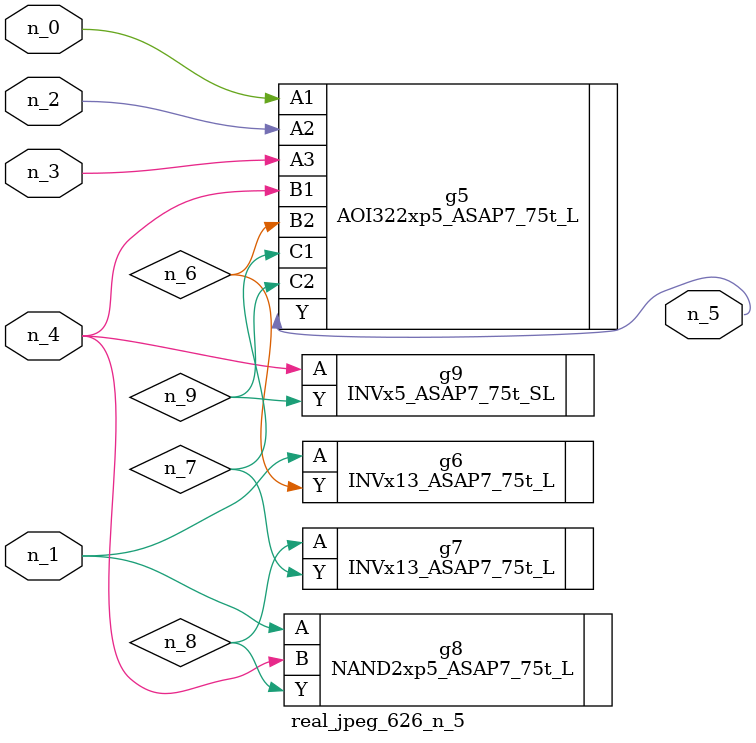
<source format=v>
module real_jpeg_626_n_5 (n_4, n_0, n_1, n_2, n_3, n_5);

input n_4;
input n_0;
input n_1;
input n_2;
input n_3;

output n_5;

wire n_8;
wire n_6;
wire n_7;
wire n_9;

AOI322xp5_ASAP7_75t_L g5 ( 
.A1(n_0),
.A2(n_2),
.A3(n_3),
.B1(n_4),
.B2(n_6),
.C1(n_7),
.C2(n_9),
.Y(n_5)
);

INVx13_ASAP7_75t_L g6 ( 
.A(n_1),
.Y(n_6)
);

NAND2xp5_ASAP7_75t_L g8 ( 
.A(n_1),
.B(n_4),
.Y(n_8)
);

INVx5_ASAP7_75t_SL g9 ( 
.A(n_4),
.Y(n_9)
);

INVx13_ASAP7_75t_L g7 ( 
.A(n_8),
.Y(n_7)
);


endmodule
</source>
